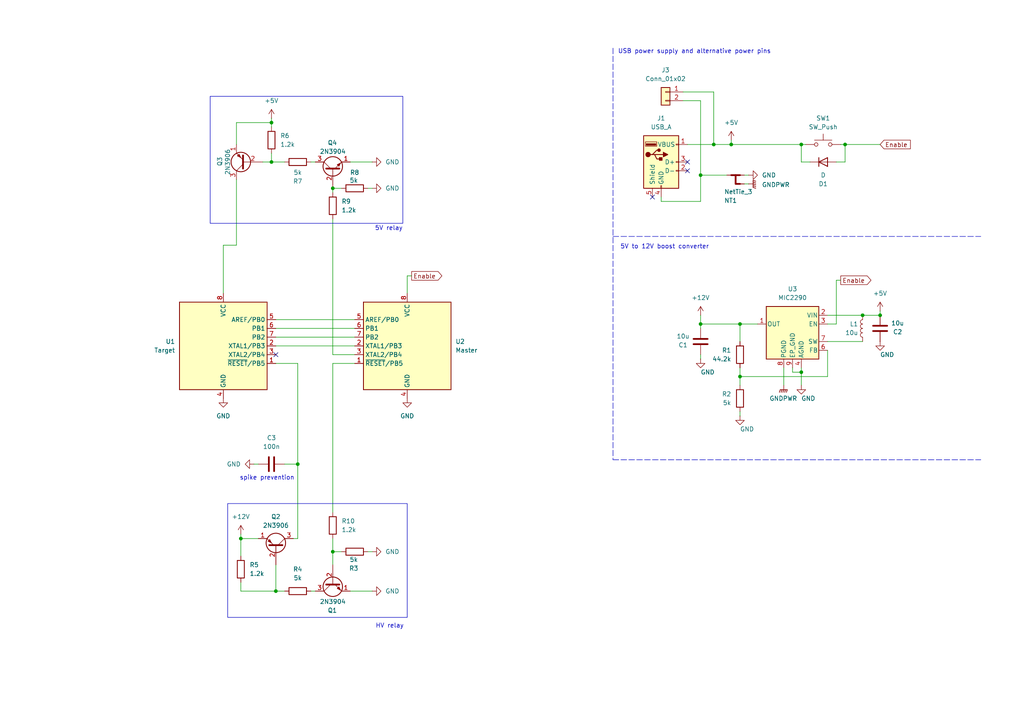
<source format=kicad_sch>
(kicad_sch (version 20231120) (generator "eeschema") (generator_version "8.0")
  (paper "A4")
  (lib_symbols
    (symbol "Connector:USB_A" (pin_names (offset 1.016))
      (property "Reference" "J" (at -5.08 11.43 0))
      (property "Value" "USB_A" (at -5.08 8.89 0))
      (symbol "USB_A_0_1"
        (rectangle (start -5.08 -7.62) (end 5.08 7.62) (stroke (width 0.254)) (fill (type background)))
        (circle (center -3.81 2.159) (radius 0.635) (stroke (width 0.254)) (fill (type outline)))
        (rectangle (start -1.524 4.826) (end -4.318 5.334) (fill (type outline)))
        (rectangle (start -1.27 4.572) (end -4.572 5.842))
        (circle (center -0.635 3.429) (radius 0.381) (stroke (width 0.254)) (fill (type outline)))
        (rectangle (start -0.127 -7.62) (end 0.127 -6.858))
        (polyline (pts (xy -3.175 2.159) (xy -2.54 2.159) (xy -1.27 3.429) (xy -0.635 3.429)) (stroke (width 0.254)))
        (polyline (pts (xy -2.54 2.159) (xy -1.905 2.159) (xy -1.27 0.889) (xy 0 0.889)) (stroke (width 0.254)))
        (polyline (pts (xy 0.635 2.794) (xy 0.635 1.524) (xy 1.905 2.159) (xy 0.635 2.794)) (stroke (width 0.254)) (fill (type outline)))
        (rectangle (start 0.254 1.27) (end -0.508 0.508) (stroke (width 0.254)) (fill (type outline)))
        (rectangle (start 5.08 -2.667) (end 4.318 -2.413))
        (rectangle (start 5.08 -0.127) (end 4.318 0.127))
        (rectangle (start 5.08 4.953) (end 4.318 5.207))
      )
      (symbol "USB_A_1_1"
        (polyline (pts (xy -1.905 2.159) (xy 0.635 2.159)) (stroke (width 0.254)))
        (pin power_in line (at 7.62 5.08 180) (length 2.54) (name "VBUS") (number "1"))
        (pin bidirectional line (at 7.62 -2.54 180) (length 2.54) (name "D-") (number "2"))
        (pin bidirectional line (at 7.62 0 180) (length 2.54) (name "D+") (number "3"))
        (pin power_in line (at 0 -10.16 90) (length 2.54) (name "GND") (number "4"))
        (pin passive line (at -2.54 -10.16 90) (length 2.54) (name "Shield") (number "5"))
      )
    )
    (symbol "Connector_Generic:Conn_01x02" (pin_names (offset 1.016) hide)
      (property "Reference" "J" (at 0 2.54 0))
      (property "Value" "Conn_01x02" (at 0 -5.08 0))
      (symbol "Conn_01x02_1_1"
        (rectangle (start -1.27 -2.413) (end 0 -2.667) (stroke (width 0.1524)))
        (rectangle (start -1.27 0.127) (end 0 -0.127) (stroke (width 0.1524)))
        (rectangle (start -1.27 1.27) (end 1.27 -3.81) (stroke (width 0.254)) (fill (type background)))
        (pin passive line (at -5.08 0 0) (length 3.81) (name "Pin_1") (number "1"))
        (pin passive line (at -5.08 -2.54 0) (length 3.81) (name "Pin_2") (number "2"))
      )
    )
    (symbol "Device:C" (pin_numbers hide) (pin_names (offset 0.254))
      (property "Reference" "C" (at 0.635 2.54 0))
      (property "Value" "C" (at 0.635 -2.54 0))
      (symbol "C_0_1"
        (polyline (pts (xy -2.032 -0.762) (xy 2.032 -0.762)) (stroke (width 0.508)))
        (polyline (pts (xy -2.032 0.762) (xy 2.032 0.762)) (stroke (width 0.508)))
      )
      (symbol "C_1_1"
        (pin passive line (at 0 3.81 270) (length 2.794) (name "~") (number "1"))
        (pin passive line (at 0 -3.81 90) (length 2.794) (name "~") (number "2"))
      )
    )
    (symbol "Device:D" (pin_numbers hide) (pin_names (offset 1.016) hide)
      (property "Reference" "D" (at 0 2.54 0))
      (property "Value" "D" (at 0 -2.54 0))
      (symbol "D_0_1"
        (polyline (pts (xy -1.27 1.27) (xy -1.27 -1.27)) (stroke (width 0.254)))
        (polyline (pts (xy 1.27 0) (xy -1.27 0)))
        (polyline (pts (xy 1.27 1.27) (xy 1.27 -1.27) (xy -1.27 0) (xy 1.27 1.27)) (stroke (width 0.254)))
      )
      (symbol "D_1_1"
        (pin passive line (at -3.81 0 0) (length 2.54) (name "K") (number "1"))
        (pin passive line (at 3.81 0 180) (length 2.54) (name "A") (number "2"))
      )
    )
    (symbol "Device:L" (pin_numbers hide) (pin_names (offset 1.016) hide)
      (property "Reference" "L" (at -1.27 0 90))
      (property "Value" "L" (at 1.905 0 90))
      (symbol "L_0_1"
        (arc (start 0 -2.54) (mid 0.6323 -1.905) (end 0 -1.27))
        (arc (start 0 -1.27) (mid 0.6323 -0.635) (end 0 0))
        (arc (start 0 0) (mid 0.6323 0.635) (end 0 1.27))
        (arc (start 0 1.27) (mid 0.6323 1.905) (end 0 2.54))
      )
      (symbol "L_1_1"
        (pin passive line (at 0 3.81 270) (length 1.27) (name "1") (number "1"))
        (pin passive line (at 0 -3.81 90) (length 1.27) (name "2") (number "2"))
      )
    )
    (symbol "Device:NetTie_3" (pin_numbers hide) (pin_names (offset 0) hide) (in_bom no)
      (property "Reference" "NT" (at 0 1.27 0))
      (property "Value" "NetTie_3" (at 0 -3.81 0))
      (symbol "NetTie_3_0_1"
        (polyline (pts (xy -1.27 0) (xy 1.27 0)) (stroke (width 0.508)))
        (polyline (pts (xy 0 0) (xy 0 -2.54) (xy -1.27 -2.54)) (stroke (width 0.508)))
      )
      (symbol "NetTie_3_1_1"
        (pin passive line (at -2.54 0 0) (length 2.54) (name "1") (number "1"))
        (pin passive line (at 2.54 0 180) (length 2.54) (name "2") (number "2"))
        (pin passive line (at -2.54 -2.54 0) (length 2.54) (name "3") (number "3"))
      )
    )
    (symbol "Device:R" (pin_numbers hide) (pin_names (offset 0))
      (property "Reference" "R" (at 2.032 0 90))
      (property "Value" "R" (at 0 0 90))
      (symbol "R_0_1"
        (rectangle (start -1.016 -2.54) (end 1.016 2.54) (stroke (width 0.254)))
      )
      (symbol "R_1_1"
        (pin passive line (at 0 3.81 270) (length 1.27) (name "~") (number "1"))
        (pin passive line (at 0 -3.81 90) (length 1.27) (name "~") (number "2"))
      )
    )
    (symbol "MCU_Microchip_ATtiny:ATtiny85-20P"
      (property "Reference" "U" (at -12.7 13.97 0))
      (property "Value" "ATtiny85-20P" (at 2.54 -13.97 0))
      (symbol "ATtiny85-20P_0_1"
        (rectangle (start -12.7 -12.7) (end 12.7 12.7) (stroke (width 0.254)) (fill (type background)))
      )
      (symbol "ATtiny85-20P_1_1"
        (pin bidirectional line (at 15.24 -5.08 180) (length 2.54) (name "~{RESET}/PB5") (number "1"))
        (pin bidirectional line (at 15.24 0 180) (length 2.54) (name "XTAL1/PB3") (number "2"))
        (pin bidirectional line (at 15.24 -2.54 180) (length 2.54) (name "XTAL2/PB4") (number "3"))
        (pin power_in line (at 0 -15.24 90) (length 2.54) (name "GND") (number "4"))
        (pin bidirectional line (at 15.24 7.62 180) (length 2.54) (name "AREF/PB0") (number "5"))
        (pin bidirectional line (at 15.24 5.08 180) (length 2.54) (name "PB1") (number "6"))
        (pin bidirectional line (at 15.24 2.54 180) (length 2.54) (name "PB2") (number "7"))
        (pin power_in line (at 0 15.24 270) (length 2.54) (name "VCC") (number "8"))
      )
    )
    (symbol "Regulator_Switching:MIC2290" (pin_names (offset 0.254))
      (property "Reference" "U" (at -7.62 8.89 0))
      (property "Value" "MIC2290" (at 0 8.89 0))
      (symbol "MIC2290_0_1"
        (rectangle (start -7.62 7.62) (end 7.62 -7.62) (stroke (width 0.254)) (fill (type background)))
      )
      (symbol "MIC2290_1_1"
        (pin power_out line (at 10.16 2.54 180) (length 2.54) (name "OUT") (number "1"))
        (pin power_in line (at -10.16 5.08 0) (length 2.54) (name "VIN") (number "2"))
        (pin input line (at -10.16 2.54 0) (length 2.54) (name "EN") (number "3"))
        (pin power_in line (at -2.54 -10.16 90) (length 2.54) (name "AGND") (number "4"))
        (pin no_connect line (at 5.08 5.08 180) (length 2.54) hide (name "NC") (number "5"))
        (pin input line (at -10.16 -5.08 0) (length 2.54) (name "FB") (number "6"))
        (pin input line (at -10.16 -2.54 0) (length 2.54) (name "SW") (number "7"))
        (pin power_in line (at 2.54 -10.16 90) (length 2.54) (name "PGND") (number "8"))
        (pin power_in line (at 0 -10.16 90) (length 2.54) (name "EP_GND") (number "9"))
      )
    )
    (symbol "Switch:SW_Push" (pin_numbers hide) (pin_names (offset 1.016) hide)
      (property "Reference" "SW" (at 1.27 2.54 0))
      (property "Value" "SW_Push" (at 0 -1.524 0))
      (symbol "SW_Push_0_1"
        (circle (center -2.032 0) (radius 0.508))
        (polyline (pts (xy 0 1.27) (xy 0 3.048)))
        (polyline (pts (xy 2.54 1.27) (xy -2.54 1.27)))
        (circle (center 2.032 0) (radius 0.508))
        (pin passive line (at -5.08 0 0) (length 2.54) (name "1") (number "1"))
        (pin passive line (at 5.08 0 180) (length 2.54) (name "2") (number "2"))
      )
    )
    (symbol "Transistor_BJT:2N3904" (pin_names (offset 0) hide)
      (property "Reference" "Q" (at 5.08 1.905 0))
      (property "Value" "2N3904" (at 5.08 0 0))
      (symbol "2N3904_0_1"
        (polyline (pts (xy 0.635 0.635) (xy 2.54 2.54)))
        (polyline (pts (xy 0.635 -0.635) (xy 2.54 -2.54) (xy 2.54 -2.54)))
        (polyline (pts (xy 0.635 1.905) (xy 0.635 -1.905) (xy 0.635 -1.905)) (stroke (width 0.508)))
        (polyline (pts (xy 1.27 -1.778) (xy 1.778 -1.27) (xy 2.286 -2.286) (xy 1.27 -1.778) (xy 1.27 -1.778)) (fill (type outline)))
        (circle (center 1.27 0) (radius 2.8194) (stroke (width 0.254)))
      )
      (symbol "2N3904_1_1"
        (pin passive line (at 2.54 -5.08 90) (length 2.54) (name "E") (number "1"))
        (pin passive line (at -5.08 0 0) (length 5.715) (name "B") (number "2"))
        (pin passive line (at 2.54 5.08 270) (length 2.54) (name "C") (number "3"))
      )
    )
    (symbol "Transistor_BJT:2N3906" (pin_names (offset 0) hide)
      (property "Reference" "Q" (at 5.08 1.905 0))
      (property "Value" "2N3906" (at 5.08 0 0))
      (symbol "2N3906_0_1"
        (polyline (pts (xy 0.635 0.635) (xy 2.54 2.54)))
        (polyline (pts (xy 0.635 -0.635) (xy 2.54 -2.54) (xy 2.54 -2.54)))
        (polyline (pts (xy 0.635 1.905) (xy 0.635 -1.905) (xy 0.635 -1.905)) (stroke (width 0.508)))
        (polyline (pts (xy 2.286 -1.778) (xy 1.778 -2.286) (xy 1.27 -1.27) (xy 2.286 -1.778) (xy 2.286 -1.778)) (fill (type outline)))
        (circle (center 1.27 0) (radius 2.8194) (stroke (width 0.254)))
      )
      (symbol "2N3906_1_1"
        (pin passive line (at 2.54 -5.08 90) (length 2.54) (name "E") (number "1"))
        (pin input line (at -5.08 0 0) (length 5.715) (name "B") (number "2"))
        (pin passive line (at 2.54 5.08 270) (length 2.54) (name "C") (number "3"))
      )
    )
    (symbol "power:+12V" (power) (pin_numbers hide) (pin_names (offset 0) hide)
      (property "Value" "+12V" (at 0 3.556 0))
      (symbol "+12V_0_1"
        (polyline (pts (xy -0.762 1.27) (xy 0 2.54)))
        (polyline (pts (xy 0 0) (xy 0 2.54)))
        (polyline (pts (xy 0 2.54) (xy 0.762 1.27)))
      )
      (symbol "+12V_1_1"
        (pin power_in line (at 0 0 90) (length 0) (name "~") (number "1"))
      )
    )
    (symbol "power:+5V" (power) (pin_numbers hide) (pin_names (offset 0) hide)
      (property "Value" "+5V" (at 0 3.556 0))
      (symbol "+5V_0_1"
        (polyline (pts (xy -0.762 1.27) (xy 0 2.54)))
        (polyline (pts (xy 0 0) (xy 0 2.54)))
        (polyline (pts (xy 0 2.54) (xy 0.762 1.27)))
      )
      (symbol "+5V_1_1"
        (pin power_in line (at 0 0 90) (length 0) (name "~") (number "1"))
      )
    )
    (symbol "power:GND" (power) (pin_numbers hide) (pin_names (offset 0) hide)
      (property "Value" "GND" (at 0 -3.81 0))
      (symbol "GND_0_1"
        (polyline (pts (xy 0 0) (xy 0 -1.27) (xy 1.27 -1.27) (xy 0 -2.54) (xy -1.27 -1.27) (xy 0 -1.27)))
      )
      (symbol "GND_1_1"
        (pin power_in line (at 0 0 270) (length 0) (name "~") (number "1"))
      )
    )
    (symbol "power:GNDPWR" (power) (pin_numbers hide) (pin_names (offset 0) hide)
      (property "Value" "GNDPWR" (at 0 -3.302 0))
      (symbol "GNDPWR_0_1"
        (polyline (pts (xy 0 -1.27) (xy 0 0)))
        (polyline (pts (xy -1.016 -1.27) (xy -1.27 -2.032) (xy -1.27 -2.032)) (stroke (width 0.2032)))
        (polyline (pts (xy -0.508 -1.27) (xy -0.762 -2.032) (xy -0.762 -2.032)) (stroke (width 0.2032)))
        (polyline (pts (xy 0 -1.27) (xy -0.254 -2.032) (xy -0.254 -2.032)) (stroke (width 0.2032)))
        (polyline (pts (xy 0.508 -1.27) (xy 0.254 -2.032) (xy 0.254 -2.032)) (stroke (width 0.2032)))
        (polyline (pts (xy 1.016 -1.27) (xy -1.016 -1.27) (xy -1.016 -1.27)) (stroke (width 0.2032)))
        (polyline (pts (xy 1.016 -1.27) (xy 0.762 -2.032) (xy 0.762 -2.032) (xy 0.762 -2.032)) (stroke (width 0.2032)))
      )
      (symbol "GNDPWR_1_1"
        (pin power_in line (at 0 0 270) (length 0) (name "~") (number "1"))
      )
    )
  )
  (junction (at 245.11 41.91))
  (junction (at 214.63 93.98))
  (junction (at 212.09 41.91))
  (junction (at 203.2 50.8))
  (junction (at 69.85 156.21))
  (junction (at 203.2 93.98))
  (junction (at 207.01 41.91))
  (junction (at 232.41 41.91))
  (junction (at 86.36 134.62))
  (junction (at 250.19 91.44))
  (junction (at 78.74 46.99))
  (junction (at 96.52 54.61))
  (junction (at 96.52 160.02))
  (junction (at 232.41 107.95))
  (junction (at 78.74 35.56))
  (junction (at 214.63 109.22))
  (junction (at 255.27 91.44))
  (junction (at 80.01 171.45))
  (no_connect (at 80.01 102.87))
  (no_connect (at 199.39 49.53))
  (no_connect (at 199.39 46.99))
  (no_connect (at 189.23 57.15))
  (wire (pts (xy 73.66 134.62) (xy 74.93 134.62)))
  (wire (pts (xy 68.58 52.07) (xy 68.58 71.12)))
  (wire (pts (xy 96.52 156.21) (xy 96.52 160.02)))
  (wire (pts (xy 96.52 102.87) (xy 96.52 63.5)))
  (wire (pts (xy 212.09 41.91) (xy 232.41 41.91)))
  (wire (pts (xy 242.57 81.28) (xy 243.84 81.28)))
  (wire (pts (xy 191.77 57.15) (xy 191.77 58.42)))
  (wire (pts (xy 69.85 168.91) (xy 69.85 171.45)))
  (wire (pts (xy 243.84 41.91) (xy 245.11 41.91)))
  (wire (pts (xy 212.09 40.64) (xy 212.09 41.91)))
  (wire (pts (xy 69.85 154.94) (xy 69.85 156.21)))
  (wire (pts (xy 217.17 53.34) (xy 215.9 53.34)))
  (wire (pts (xy 69.85 156.21) (xy 69.85 161.29)))
  (wire (pts (xy 118.11 80.01) (xy 119.38 80.01)))
  (wire (pts (xy 214.63 109.22) (xy 240.03 109.22)))
  (wire (pts (xy 96.52 105.41) (xy 102.87 105.41)))
  (wire (pts (xy 80.01 100.33) (xy 102.87 100.33)))
  (wire (pts (xy 203.2 29.21) (xy 203.2 50.8)))
  (polyline (pts (xy 177.8 13.97) (xy 177.8 133.35)) (stroke (width 0) (type dash)))
  (wire (pts (xy 240.03 93.98) (xy 242.57 93.98)))
  (polyline (pts (xy 177.8 133.35) (xy 284.48 133.35)) (stroke (width 0) (type dash)))
  (wire (pts (xy 214.63 119.38) (xy 214.63 120.65)))
  (wire (pts (xy 214.63 109.22) (xy 214.63 111.76)))
  (wire (pts (xy 232.41 41.91) (xy 232.41 46.99)))
  (wire (pts (xy 107.95 54.61) (xy 106.68 54.61)))
  (wire (pts (xy 232.41 41.91) (xy 233.68 41.91)))
  (wire (pts (xy 86.36 156.21) (xy 85.09 156.21)))
  (wire (pts (xy 96.52 55.88) (xy 96.52 54.61)))
  (wire (pts (xy 96.52 160.02) (xy 96.52 163.83)))
  (wire (pts (xy 242.57 46.99) (xy 245.11 46.99)))
  (wire (pts (xy 78.74 44.45) (xy 78.74 46.99)))
  (wire (pts (xy 191.77 58.42) (xy 203.2 58.42)))
  (wire (pts (xy 74.93 156.21) (xy 69.85 156.21)))
  (wire (pts (xy 227.33 106.68) (xy 227.33 111.76)))
  (wire (pts (xy 86.36 134.62) (xy 86.36 156.21)))
  (wire (pts (xy 207.01 26.67) (xy 207.01 41.91)))
  (wire (pts (xy 214.63 93.98) (xy 214.63 99.06)))
  (wire (pts (xy 240.03 101.6) (xy 240.03 109.22)))
  (wire (pts (xy 96.52 54.61) (xy 99.06 54.61)))
  (wire (pts (xy 101.6 46.99) (xy 107.95 46.99)))
  (wire (pts (xy 80.01 97.79) (xy 102.87 97.79)))
  (wire (pts (xy 214.63 106.68) (xy 214.63 109.22)))
  (wire (pts (xy 80.01 171.45) (xy 82.55 171.45)))
  (wire (pts (xy 78.74 46.99) (xy 82.55 46.99)))
  (wire (pts (xy 82.55 134.62) (xy 86.36 134.62)))
  (wire (pts (xy 234.95 46.99) (xy 232.41 46.99)))
  (wire (pts (xy 86.36 105.41) (xy 80.01 105.41)))
  (wire (pts (xy 69.85 171.45) (xy 80.01 171.45)))
  (wire (pts (xy 214.63 93.98) (xy 219.71 93.98)))
  (wire (pts (xy 199.39 41.91) (xy 207.01 41.91)))
  (wire (pts (xy 255.27 90.17) (xy 255.27 91.44)))
  (wire (pts (xy 198.12 26.67) (xy 207.01 26.67)))
  (wire (pts (xy 118.11 80.01) (xy 118.11 85.09)))
  (wire (pts (xy 232.41 106.68) (xy 232.41 107.95)))
  (wire (pts (xy 78.74 34.29) (xy 78.74 35.56)))
  (wire (pts (xy 232.41 107.95) (xy 229.87 107.95)))
  (wire (pts (xy 80.01 95.25) (xy 102.87 95.25)))
  (wire (pts (xy 232.41 107.95) (xy 232.41 111.76)))
  (polyline (pts (xy 177.8 68.58) (xy 284.48 68.58)) (stroke (width 0) (type dash)))
  (wire (pts (xy 68.58 41.91) (xy 68.58 35.56)))
  (wire (pts (xy 215.9 50.8) (xy 217.17 50.8)))
  (wire (pts (xy 203.2 93.98) (xy 203.2 95.25)))
  (wire (pts (xy 107.95 160.02) (xy 106.68 160.02)))
  (wire (pts (xy 80.01 163.83) (xy 80.01 171.45)))
  (wire (pts (xy 240.03 91.44) (xy 250.19 91.44)))
  (wire (pts (xy 101.6 171.45) (xy 107.95 171.45)))
  (wire (pts (xy 78.74 35.56) (xy 78.74 36.83)))
  (wire (pts (xy 203.2 102.87) (xy 203.2 104.14)))
  (wire (pts (xy 90.17 46.99) (xy 91.44 46.99)))
  (wire (pts (xy 203.2 50.8) (xy 210.82 50.8)))
  (wire (pts (xy 207.01 41.91) (xy 212.09 41.91)))
  (wire (pts (xy 96.52 102.87) (xy 102.87 102.87)))
  (wire (pts (xy 203.2 91.44) (xy 203.2 93.98)))
  (wire (pts (xy 250.19 91.44) (xy 255.27 91.44)))
  (wire (pts (xy 99.06 160.02) (xy 96.52 160.02)))
  (wire (pts (xy 240.03 99.06) (xy 250.19 99.06)))
  (wire (pts (xy 78.74 46.99) (xy 76.2 46.99)))
  (wire (pts (xy 80.01 92.71) (xy 102.87 92.71)))
  (wire (pts (xy 203.2 93.98) (xy 214.63 93.98)))
  (wire (pts (xy 242.57 81.28) (xy 242.57 93.98)))
  (wire (pts (xy 198.12 29.21) (xy 203.2 29.21)))
  (wire (pts (xy 229.87 106.68) (xy 229.87 107.95)))
  (wire (pts (xy 245.11 41.91) (xy 245.11 46.99)))
  (wire (pts (xy 68.58 35.56) (xy 78.74 35.56)))
  (wire (pts (xy 64.77 71.12) (xy 64.77 85.09)))
  (wire (pts (xy 68.58 71.12) (xy 64.77 71.12)))
  (wire (pts (xy 96.52 105.41) (xy 96.52 148.59)))
  (wire (pts (xy 90.17 171.45) (xy 91.44 171.45)))
  (wire (pts (xy 245.11 41.91) (xy 255.27 41.91)))
  (wire (pts (xy 203.2 50.8) (xy 203.2 58.42)))
  (wire (pts (xy 86.36 105.41) (xy 86.36 134.62)))
  (rectangle (start 66.04 146.05) (end 118.11 179.07))
  (rectangle (start 60.96 27.94) (end 116.84 64.77))
  (text "5V relay\n" (at 112.776 66.294 0) (effects (font (size 1.27 1.27))))
  (text "HV relay" (at 113.03 181.61 0) (effects (font (size 1.27 1.27))))
  (text "spike prevention\n" (at 77.47 138.684 0) (effects (font (size 1.27 1.27))))
  (text "USB power supply and alternative power pins" (at 201.422 14.986 0) (effects (font (size 1.27 1.27))))
  (text "5V to 12V boost converter\n" (at 192.786 71.628 0) (effects (font (size 1.27 1.27))))
  (global_label "Enable" (shape output) (at 119.38 80.01 0) (property "Intersheetrefs" "${INTERSHEET_REFS}" (effects (hide yes))))
  (global_label "Enable" (shape output) (at 243.84 81.28 0) (property "Intersheetrefs" "${INTERSHEET_REFS}" (effects (hide yes))))
  (global_label "Enable" (shape input) (at 255.27 41.91 0) (property "Intersheetrefs" "${INTERSHEET_REFS}" (effects (hide yes))))
  (symbol (lib_id "Transistor_BJT:2N3906") (at 80.01 158.75 270) (mirror x) (unit 1)
    (property "Reference" "Q2" (at 80.01 149.86 90))
    (property "Value" "2N3906" (at 80.01 152.4 90))
    (property "Footprint" "Package_TO_SOT_THT:TO-92L_Wide" (effects (hide yes)))
    (property "Datasheet" "https://www.onsemi.com/pub/Collateral/2N3906-D.PDF" (effects (hide yes)))
    (property "Description" "-0.2A Ic, -40V Vce, Small Signal PNP Transistor, TO-92" (effects (hide yes)))
  )
  (symbol (lib_id "Device:C") (at 203.2 99.06 0) (mirror y) (unit 1)
    (property "Reference" "C1" (at 198.12 100.076 0))
    (property "Value" "10u" (at 198.12 97.536 0))
    (property "Footprint" "Capacitor_SMD:C_1210_3225Metric" (effects (hide yes)))
    (property "Description" "Unpolarized capacitor" (effects (hide yes)))
  )
  (symbol (lib_id "power:GND") (at 203.2 104.14 0) (mirror y) (unit 1)
    (property "Reference" "#PWR04" (effects (hide yes)))
    (property "Value" "GND" (at 203.1999 107.95 0) (effects (justify right)))
    (property "Description" "Power symbol creates a global label with name \"GND\" , ground" (effects (hide yes)))
  )
  (symbol (lib_id "Device:R") (at 102.87 160.02 90) (mirror x) (unit 1)
    (property "Reference" "R3" (at 102.616 164.846 90))
    (property "Value" "5k" (at 102.616 162.306 90))
    (property "Footprint" "Resistor_THT:R_Axial_DIN0207_L6.3mm_D2.5mm_P10.16mm_Horizontal" (effects (hide yes)))
    (property "Description" "Resistor" (effects (hide yes)))
  )
  (symbol (lib_id "Device:R") (at 96.52 152.4 180) (unit 1)
    (property "Reference" "R10" (at 99.06 151.1299 0) (effects (justify right)))
    (property "Value" "1.2k" (at 99.06 153.6699 0) (effects (justify right)))
    (property "Footprint" "Resistor_THT:R_Axial_DIN0207_L6.3mm_D2.5mm_P10.16mm_Horizontal" (effects (hide yes)))
    (property "Description" "Resistor" (effects (hide yes)))
  )
  (symbol (lib_id "Device:R") (at 96.52 59.69 180) (unit 1)
    (property "Reference" "R9" (at 99.06 58.4199 0) (effects (justify right)))
    (property "Value" "1.2k" (at 99.06 60.9599 0) (effects (justify right)))
    (property "Footprint" "Resistor_THT:R_Axial_DIN0207_L6.3mm_D2.5mm_P10.16mm_Horizontal" (effects (hide yes)))
    (property "Description" "Resistor" (effects (hide yes)))
  )
  (symbol (lib_id "Transistor_BJT:2N3904") (at 96.52 49.53 90) (unit 1)
    (property "Reference" "Q4" (at 97.79 41.402 90) (effects (justify left)))
    (property "Value" "2N3904" (at 100.33 43.942 90) (effects (justify left)))
    (property "Footprint" "Package_TO_SOT_THT:TO-92L_Wide" (effects (hide yes)))
    (property "Datasheet" "https://www.onsemi.com/pub/Collateral/2N3903-D.PDF" (effects (hide yes)))
    (property "Description" "0.2A Ic, 40V Vce, Small Signal NPN Transistor, TO-92" (effects (hide yes)))
  )
  (symbol (lib_id "power:GND") (at 107.95 54.61 90) (unit 1)
    (property "Reference" "#PWR017" (effects (hide yes)))
    (property "Value" "GND" (at 111.76 54.6099 90) (effects (justify right)))
    (property "Description" "Power symbol creates a global label with name \"GND\" , ground" (effects (hide yes)))
  )
  (symbol (lib_id "MCU_Microchip_ATtiny:ATtiny85-20P") (at 64.77 100.33 0) (unit 1)
    (property "Reference" "U1" (at 50.8 99.0599 0) (effects (justify right)))
    (property "Value" "Target" (at 50.8 101.5999 0) (effects (justify right)))
    (property "Footprint" "Package_DIP:DIP-8_W7.62mm" (effects (hide yes)))
    (property "Datasheet" "http://ww1.microchip.com/downloads/en/DeviceDoc/atmel-2586-avr-8-bit-microcontroller-attiny25-attiny45-attiny85_datasheet.pdf" (effects (hide yes)))
    (property "Description" "20MHz, 8kB Flash, 512B SRAM, 512B EEPROM, debugWIRE, DIP-8" (effects (hide yes)))
  )
  (symbol (lib_id "power:GND") (at 217.17 50.8 90) (unit 1)
    (property "Reference" "#PWR03" (effects (hide yes)))
    (property "Value" "GND" (at 220.98 50.8001 90) (effects (justify right)))
    (property "Description" "Power symbol creates a global label with name \"GND\" , ground" (effects (hide yes)))
  )
  (symbol (lib_id "Transistor_BJT:2N3906") (at 71.12 46.99 180) (unit 1)
    (property "Reference" "Q3" (at 63.754 45.466 90) (effects (justify left)))
    (property "Value" "2N3906" (at 66.04 43.18 90) (effects (justify left)))
    (property "Footprint" "Package_TO_SOT_THT:TO-92L_Wide" (effects (hide yes)))
    (property "Datasheet" "https://www.onsemi.com/pub/Collateral/2N3906-D.PDF" (effects (hide yes)))
    (property "Description" "-0.2A Ic, -40V Vce, Small Signal PNP Transistor, TO-92" (effects (hide yes)))
  )
  (symbol (lib_id "Device:R") (at 86.36 46.99 90) (mirror x) (unit 1)
    (property "Reference" "R7" (at 86.36 52.578 90))
    (property "Value" "5k" (at 86.36 50.038 90))
    (property "Footprint" "Resistor_THT:R_Axial_DIN0207_L6.3mm_D2.5mm_P10.16mm_Horizontal" (effects (hide yes)))
    (property "Description" "Resistor" (effects (hide yes)))
  )
  (symbol (lib_id "Device:R") (at 102.87 54.61 90) (mirror x) (unit 1)
    (property "Reference" "R8" (at 102.87 50.038 90))
    (property "Value" "5k" (at 102.616 52.324 90))
    (property "Footprint" "Resistor_THT:R_Axial_DIN0207_L6.3mm_D2.5mm_P10.16mm_Horizontal" (effects (hide yes)))
    (property "Description" "Resistor" (effects (hide yes)))
  )
  (symbol (lib_id "power:+12V") (at 203.2 91.44 0) (unit 1)
    (property "Reference" "#PWR013" (effects (hide yes)))
    (property "Value" "+12V" (at 203.2 86.36 0))
    (property "Description" "Power symbol creates a global label with name \"+12V\"" (effects (hide yes)))
  )
  (symbol (lib_id "power:GND") (at 107.95 46.99 90) (unit 1)
    (property "Reference" "#PWR018" (effects (hide yes)))
    (property "Value" "GND" (at 111.76 46.9899 90) (effects (justify right)))
    (property "Description" "Power symbol creates a global label with name \"GND\" , ground" (effects (hide yes)))
  )
  (symbol (lib_id "power:+5V") (at 78.74 34.29 0) (unit 1)
    (property "Reference" "#PWR016" (effects (hide yes)))
    (property "Value" "+5V" (at 78.74 29.21 0))
    (property "Description" "Power symbol creates a global label with name \"+5V\"" (effects (hide yes)))
  )
  (symbol (lib_id "Transistor_BJT:2N3904") (at 96.52 168.91 90) (mirror x) (unit 1)
    (property "Reference" "Q1" (at 97.79 177.038 90) (effects (justify left)))
    (property "Value" "2N3904" (at 100.33 174.498 90) (effects (justify left)))
    (property "Footprint" "Package_TO_SOT_THT:TO-92L_Wide" (effects (hide yes)))
    (property "Datasheet" "https://www.onsemi.com/pub/Collateral/2N3903-D.PDF" (effects (hide yes)))
    (property "Description" "0.2A Ic, 40V Vce, Small Signal NPN Transistor, TO-92" (effects (hide yes)))
  )
  (symbol (lib_id "power:+12V") (at 69.85 154.94 0) (unit 1)
    (property "Reference" "#PWR015" (effects (hide yes)))
    (property "Value" "+12V" (at 69.85 149.86 0))
    (property "Description" "Power symbol creates a global label with name \"+12V\"" (effects (hide yes)))
  )
  (symbol (lib_id "power:GND") (at 107.95 160.02 90) (mirror x) (unit 1)
    (property "Reference" "#PWR010" (effects (hide yes)))
    (property "Value" "GND" (at 111.76 160.0201 90) (effects (justify right)))
    (property "Description" "Power symbol creates a global label with name \"GND\" , ground" (effects (hide yes)))
  )
  (symbol (lib_id "Device:R") (at 214.63 102.87 0) (mirror x) (unit 1)
    (property "Reference" "R1" (at 212.09 101.5999 0) (effects (justify right)))
    (property "Value" "44.2k" (at 212.09 104.1399 0) (effects (justify right)))
    (property "Footprint" "Resistor_SMD:R_1206_3216Metric" (effects (hide yes)))
    (property "Description" "Resistor" (effects (hide yes)))
  )
  (symbol (lib_id "MCU_Microchip_ATtiny:ATtiny85-20P") (at 118.11 100.33 0) (mirror y) (unit 1)
    (property "Reference" "U2" (at 132.08 99.0599 0) (effects (justify right)))
    (property "Value" "Master" (at 132.08 101.5999 0) (effects (justify right)))
    (property "Footprint" "Package_DIP:DIP-8_W7.62mm" (effects (hide yes)))
    (property "Datasheet" "http://ww1.microchip.com/downloads/en/DeviceDoc/atmel-2586-avr-8-bit-microcontroller-attiny25-attiny45-attiny85_datasheet.pdf" (effects (hide yes)))
    (property "Description" "20MHz, 8kB Flash, 512B SRAM, 512B EEPROM, debugWIRE, DIP-8" (effects (hide yes)))
  )
  (symbol (lib_id "Device:C") (at 255.27 95.25 0) (unit 1)
    (property "Reference" "C2" (at 260.35 96.266 0))
    (property "Value" "10u" (at 260.35 93.726 0))
    (property "Footprint" "Capacitor_SMD:C_1210_3225Metric" (effects (hide yes)))
    (property "Description" "Unpolarized capacitor" (effects (hide yes)))
  )
  (symbol (lib_id "power:+5V") (at 255.27 90.17 0) (unit 1)
    (property "Reference" "#PWR014" (effects (hide yes)))
    (property "Value" "+5V" (at 255.27 85.09 0))
    (property "Description" "Power symbol creates a global label with name \"+5V\"" (effects (hide yes)))
  )
  (symbol (lib_id "Connector:USB_A") (at 191.77 46.99 0) (unit 1)
    (property "Reference" "J1" (at 191.77 34.29 0))
    (property "Value" "USB_A" (at 191.77 36.83 0))
    (property "Footprint" "Connector_USB:USB_A_Molex_48037-2200_Horizontal" (effects (hide yes)))
    (property "Description" "USB Type A connector" (effects (hide yes)))
  )
  (symbol (lib_id "power:GND") (at 107.95 171.45 90) (mirror x) (unit 1)
    (property "Reference" "#PWR011" (effects (hide yes)))
    (property "Value" "GND" (at 111.76 171.4501 90) (effects (justify right)))
    (property "Description" "Power symbol creates a global label with name \"GND\" , ground" (effects (hide yes)))
  )
  (symbol (lib_id "power:GND") (at 214.63 120.65 0) (mirror y) (unit 1)
    (property "Reference" "#PWR05" (effects (hide yes)))
    (property "Value" "GND" (at 214.6299 124.46 0) (effects (justify right)))
    (property "Description" "Power symbol creates a global label with name \"GND\" , ground" (effects (hide yes)))
  )
  (symbol (lib_id "Regulator_Switching:MIC2290") (at 229.87 96.52 0) (mirror y) (unit 1)
    (property "Reference" "U3" (at 229.87 83.82 0))
    (property "Value" "MIC2290" (at 229.87 86.36 0))
    (property "Footprint" "Package_DFN_QFN:Micrel_MLF-8-1EP_2x2mm_P0.5mm_EP0.6x1.2mm" (effects (hide yes)))
    (property "Datasheet" "http://ww1.microchip.com/downloads/en/DeviceDoc/mic2290.pdf" (effects (hide yes)))
    (property "Description" "1.2 Mhz PWM Boost Regulator with Internal Schotty Diode, MLF-8" (effects (hide yes)))
  )
  (symbol (lib_id "Device:R") (at 78.74 40.64 180) (unit 1)
    (property "Reference" "R6" (at 81.28 39.3699 0) (effects (justify right)))
    (property "Value" "1.2k" (at 81.28 41.9099 0) (effects (justify right)))
    (property "Footprint" "Resistor_THT:R_Axial_DIN0207_L6.3mm_D2.5mm_P10.16mm_Horizontal" (effects (hide yes)))
    (property "Description" "Resistor" (effects (hide yes)))
  )
  (symbol (lib_id "power:GND") (at 118.11 115.57 0) (unit 1)
    (property "Reference" "#PWR01" (effects (hide yes)))
    (property "Value" "GND" (at 118.11 120.65 0))
    (property "Description" "Power symbol creates a global label with name \"GND\" , ground" (effects (hide yes)))
  )
  (symbol (lib_id "power:GND") (at 255.27 99.06 0) (mirror y) (unit 1)
    (property "Reference" "#PWR07" (effects (hide yes)))
    (property "Value" "GND" (at 255.2699 102.87 0) (effects (justify right)))
    (property "Description" "Power symbol creates a global label with name \"GND\" , ground" (effects (hide yes)))
  )
  (symbol (lib_id "Device:R") (at 69.85 165.1 0) (unit 1)
    (property "Reference" "R5" (at 72.39 163.8299 0) (effects (justify left)))
    (property "Value" "1.2k" (at 72.39 166.3699 0) (effects (justify left)))
    (property "Footprint" "Resistor_THT:R_Axial_DIN0207_L6.3mm_D2.5mm_P10.16mm_Horizontal" (effects (hide yes)))
    (property "Description" "Resistor" (effects (hide yes)))
  )
  (symbol (lib_id "Device:C") (at 78.74 134.62 90) (unit 1)
    (property "Reference" "C3" (at 78.74 127 90))
    (property "Value" "100n" (at 78.74 129.54 90))
    (property "Footprint" "Capacitor_THT:C_Disc_D16.0mm_W5.0mm_P10.00mm" (effects (hide yes)))
    (property "Description" "Unpolarized capacitor" (effects (hide yes)))
  )
  (symbol (lib_id "Device:R") (at 214.63 115.57 0) (mirror x) (unit 1)
    (property "Reference" "R2" (at 212.09 114.2999 0) (effects (justify right)))
    (property "Value" "5k" (at 212.09 116.8399 0) (effects (justify right)))
    (property "Footprint" "Resistor_THT:R_Axial_DIN0207_L6.3mm_D2.5mm_P10.16mm_Horizontal" (effects (hide yes)))
    (property "Description" "Resistor" (effects (hide yes)))
  )
  (symbol (lib_id "Device:D") (at 238.76 46.99 0) (mirror x) (unit 1)
    (property "Reference" "D1" (at 238.76 53.34 0))
    (property "Value" "D" (at 238.76 50.8 0))
    (property "Footprint" "Diode_THT:D_5W_P10.16mm_Horizontal" (effects (hide yes)))
    (property "Description" "Diode" (effects (hide yes)))
    (property "Sim.Device" "D" (effects (hide yes)))
    (property "Sim.Pins" "1=K 2=A" (effects (hide yes)))
  )
  (symbol (lib_id "power:GNDPWR") (at 227.33 111.76 0) (unit 1)
    (property "Reference" "#PWR08" (effects (hide yes)))
    (property "Value" "GNDPWR" (at 227.203 115.57 0))
    (property "Description" "Power symbol creates a global label with name \"GNDPWR\" , global ground" (effects (hide yes)))
  )
  (symbol (lib_id "power:GND") (at 73.66 134.62 270) (unit 1)
    (property "Reference" "#PWR019" (effects (hide yes)))
    (property "Value" "GND" (at 69.85 134.6199 90) (effects (justify right)))
    (property "Description" "Power symbol creates a global label with name \"GND\" , ground" (effects (hide yes)))
  )
  (symbol (lib_id "power:GND") (at 232.41 111.76 0) (mirror y) (unit 1)
    (property "Reference" "#PWR06" (effects (hide yes)))
    (property "Value" "GND" (at 232.4099 115.57 0) (effects (justify right)))
    (property "Description" "Power symbol creates a global label with name \"GND\" , ground" (effects (hide yes)))
  )
  (symbol (lib_id "power:GND") (at 64.77 115.57 0) (unit 1)
    (property "Reference" "#PWR02" (effects (hide yes)))
    (property "Value" "GND" (at 64.77 120.65 0))
    (property "Description" "Power symbol creates a global label with name \"GND\" , ground" (effects (hide yes)))
  )
  (symbol (lib_id "Device:NetTie_3") (at 213.36 50.8 0) (mirror y) (unit 1) (in_bom no)
    (property "Reference" "NT1" (at 210.058 58.166 0) (effects (justify right)))
    (property "Value" "NetTie_3" (at 210.058 55.626 0) (effects (justify right)))
    (property "Footprint" "NetTie:NetTie-3_SMD_Pad0.5mm" (effects (hide yes)))
    (property "Description" "Net tie, 3 pins" (effects (hide yes)))
  )
  (symbol (lib_id "Device:R") (at 86.36 171.45 90) (unit 1)
    (property "Reference" "R4" (at 86.36 165.1 90))
    (property "Value" "5k" (at 86.36 167.64 90))
    (property "Footprint" "Resistor_THT:R_Axial_DIN0207_L6.3mm_D2.5mm_P10.16mm_Horizontal" (effects (hide yes)))
    (property "Description" "Resistor" (effects (hide yes)))
  )
  (symbol (lib_id "Connector_Generic:Conn_01x02") (at 193.04 26.67 0) (mirror y) (unit 1)
    (property "Reference" "J3" (at 193.04 20.32 0))
    (property "Value" "Conn_01x02" (at 193.04 22.86 0))
    (property "Footprint" "Connector_PinHeader_2.54mm:PinHeader_1x02_P2.54mm_Vertical" (effects (hide yes)))
    (property "Description" "Generic connector, single row, 01x02, script generated (kicad-library-utils/schlib/autogen/connector/)" (effects (hide yes)))
  )
  (symbol (lib_id "Device:L") (at 250.19 95.25 0) (mirror y) (unit 1)
    (property "Reference" "L1" (at 248.92 93.9799 0) (effects (justify left)))
    (property "Value" "10u" (at 248.92 96.5199 0) (effects (justify left)))
    (property "Footprint" "miscellaneous:IDCP2218-01" (effects (hide yes)))
    (property "Description" "Inductor" (effects (hide yes)))
  )
  (symbol (lib_id "power:GNDPWR") (at 217.17 53.34 90) (unit 1)
    (property "Reference" "#PWR09" (effects (hide yes)))
    (property "Value" "GNDPWR" (at 220.98 53.594 90) (effects (justify right)))
    (property "Description" "Power symbol creates a global label with name \"GNDPWR\" , global ground" (effects (hide yes)))
  )
  (symbol (lib_id "power:+5V") (at 212.09 40.64 0) (mirror y) (unit 1)
    (property "Reference" "#PWR012" (effects (hide yes)))
    (property "Value" "+5V" (at 212.09 35.56 0))
    (property "Description" "Power symbol creates a global label with name \"+5V\"" (effects (hide yes)))
  )
  (symbol (lib_id "Switch:SW_Push") (at 238.76 41.91 0) (unit 1)
    (property "Reference" "SW1" (at 238.76 34.29 0))
    (property "Value" "SW_Push" (at 238.76 36.83 0))
    (property "Footprint" "Button_Switch_SMD:SW_SPST_Omron_B3FS-101xP" (effects (hide yes)))
    (property "Description" "Push button switch, generic, two pins" (effects (hide yes)))
  )
)
</source>
